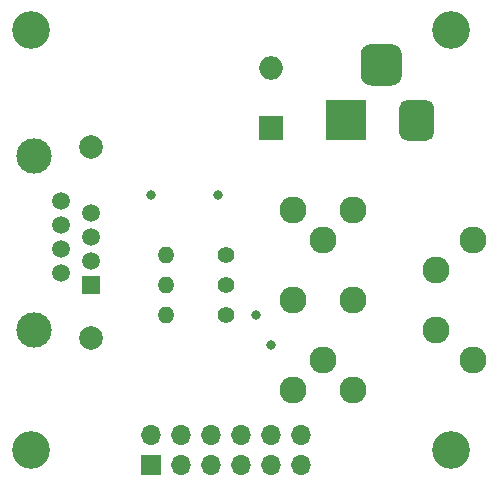
<source format=gts>
G04 #@! TF.GenerationSoftware,KiCad,Pcbnew,(5.1.8)-1*
G04 #@! TF.CreationDate,2022-12-13T18:59:25+09:00*
G04 #@! TF.ProjectId,DIN8RJ45,44494e38-524a-4343-952e-6b696361645f,rev?*
G04 #@! TF.SameCoordinates,PX9157080PY791ddc0*
G04 #@! TF.FileFunction,Soldermask,Top*
G04 #@! TF.FilePolarity,Negative*
%FSLAX46Y46*%
G04 Gerber Fmt 4.6, Leading zero omitted, Abs format (unit mm)*
G04 Created by KiCad (PCBNEW (5.1.8)-1) date 2022-12-13 18:59:25*
%MOMM*%
%LPD*%
G01*
G04 APERTURE LIST*
%ADD10C,2.000000*%
%ADD11C,1.500000*%
%ADD12R,1.500000X1.500000*%
%ADD13C,3.000000*%
%ADD14C,2.283000*%
%ADD15O,1.400000X1.400000*%
%ADD16C,1.400000*%
%ADD17O,2.000000X2.000000*%
%ADD18R,2.000000X2.000000*%
%ADD19O,1.700000X1.700000*%
%ADD20R,1.700000X1.700000*%
%ADD21C,3.200000*%
%ADD22R,3.500000X3.500000*%
%ADD23C,0.800000*%
G04 APERTURE END LIST*
D10*
X10160000Y30734000D03*
X10160000Y14605000D03*
D11*
X7620000Y26162000D03*
X7620000Y20066000D03*
X10160000Y21082000D03*
X7620000Y22098000D03*
X10160000Y23114000D03*
X7620000Y24130000D03*
X10160000Y25146000D03*
D12*
X10160000Y19050000D03*
D13*
X5334000Y29972000D03*
X5334000Y15240000D03*
D14*
X39370000Y20320000D03*
X39370000Y15240000D03*
X42545000Y22860000D03*
X42545000Y12700000D03*
X27305000Y17780000D03*
X27305000Y10160000D03*
X27305000Y25400000D03*
X29845000Y12700000D03*
X29845000Y22860000D03*
X32385000Y10160000D03*
X32385000Y25400000D03*
X32385000Y17780000D03*
D15*
X16510000Y21590000D03*
D16*
X21590000Y21590000D03*
D15*
X16510000Y19050000D03*
D16*
X21590000Y19050000D03*
D15*
X16510000Y16510000D03*
D16*
X21590000Y16510000D03*
D17*
X25400000Y37465000D03*
D18*
X25400000Y32385000D03*
D19*
X27940000Y6350000D03*
X27940000Y3810000D03*
X25400000Y6350000D03*
X25400000Y3810000D03*
X22860000Y6350000D03*
X22860000Y3810000D03*
X20320000Y6350000D03*
X20320000Y3810000D03*
X17780000Y6350000D03*
X17780000Y3810000D03*
X15240000Y6350000D03*
D20*
X15240000Y3810000D03*
D21*
X40640000Y40640000D03*
X5080000Y40640000D03*
X40640000Y5080000D03*
X5080000Y5080000D03*
D22*
X31750000Y33020000D03*
G36*
G01*
X39250000Y34020000D02*
X39250000Y32020000D01*
G75*
G02*
X38500000Y31270000I-750000J0D01*
G01*
X37000000Y31270000D01*
G75*
G02*
X36250000Y32020000I0J750000D01*
G01*
X36250000Y34020000D01*
G75*
G02*
X37000000Y34770000I750000J0D01*
G01*
X38500000Y34770000D01*
G75*
G02*
X39250000Y34020000I0J-750000D01*
G01*
G37*
G36*
G01*
X36500000Y38595000D02*
X36500000Y36845000D01*
G75*
G02*
X35625000Y35970000I-875000J0D01*
G01*
X33875000Y35970000D01*
G75*
G02*
X33000000Y36845000I0J875000D01*
G01*
X33000000Y38595000D01*
G75*
G02*
X33875000Y39470000I875000J0D01*
G01*
X35625000Y39470000D01*
G75*
G02*
X36500000Y38595000I0J-875000D01*
G01*
G37*
D23*
X20955000Y26670000D03*
X15240000Y26670000D03*
X24130000Y16510000D03*
X25400000Y13970000D03*
M02*

</source>
